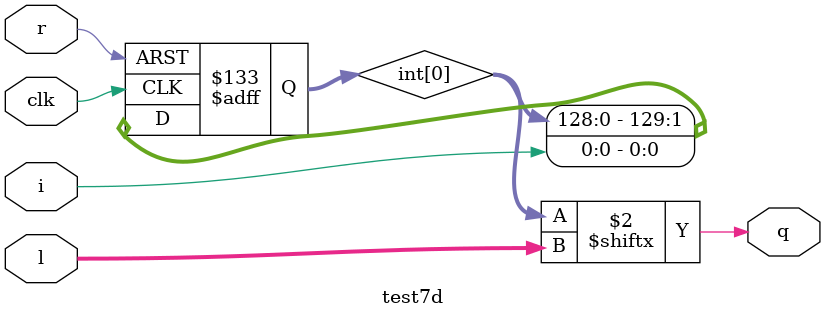
<source format=v>
module test7d #(parameter width=1, depth=130) (input clk, input [width-1:0] i, input r, input [31:0] l, output [width-1:0] q);
generate 
    reg [depth-1:0] int [width-1:0];

    genvar w, d;
    for (w = 0; w < width; w=w+1) begin
        for (d = 0; d < depth; d=d+1)
            initial int[w][d] <= ~((d+w) % 2);

        if (depth == 1) begin
            always @(negedge clk or posedge r) if (r) int[w] <= 1'b0; else int[w] <= a[w];
            assign q[w] = int[w];
        end
        else begin
            always @(negedge clk or posedge r) if (r) int[w] <= {width{1'b0}}; else int[w] <= {{ int[w][depth-2:0], i[w] }};
            assign q[w] = int[w][l];
        end
    end
endgenerate
endmodule

</source>
